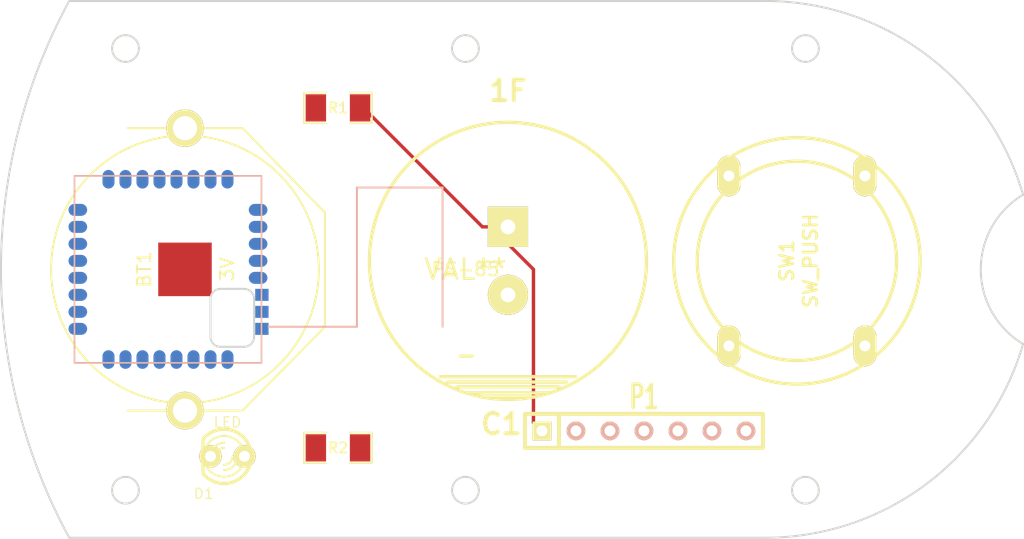
<source format=kicad_pcb>
(kicad_pcb (version 3) (host pcbnew "(2013-07-07 BZR 4022)-stable")

  (general
    (links 18)
    (no_connects 16)
    (area 12.065 12.065 92.71 53.34)
    (thickness 1.6)
    (drawings 0)
    (tracks 9)
    (zones 0)
    (modules 9)
    (nets 12)
  )

  (page A3)
  (layers
    (15 F.Cu signal)
    (0 B.Cu signal)
    (16 B.Adhes user)
    (17 F.Adhes user)
    (18 B.Paste user)
    (19 F.Paste user)
    (20 B.SilkS user)
    (21 F.SilkS user)
    (22 B.Mask user)
    (23 F.Mask user)
    (24 Dwgs.User user)
    (25 Cmts.User user)
    (26 Eco1.User user)
    (27 Eco2.User user)
    (28 Edge.Cuts user)
  )

  (setup
    (last_trace_width 0.254)
    (trace_clearance 0.254)
    (zone_clearance 0.508)
    (zone_45_only no)
    (trace_min 0.254)
    (segment_width 0.2)
    (edge_width 0.1)
    (via_size 0.889)
    (via_drill 0.635)
    (via_min_size 0.889)
    (via_min_drill 0.508)
    (uvia_size 0.508)
    (uvia_drill 0.127)
    (uvias_allowed no)
    (uvia_min_size 0.508)
    (uvia_min_drill 0.127)
    (pcb_text_width 0.3)
    (pcb_text_size 1.5 1.5)
    (mod_edge_width 0.15)
    (mod_text_size 1 1)
    (mod_text_width 0.15)
    (pad_size 2.8 2.8)
    (pad_drill 1.8)
    (pad_to_mask_clearance 0)
    (aux_axis_origin 0 0)
    (visible_elements 7FFFFFFF)
    (pcbplotparams
      (layerselection 3178497)
      (usegerberextensions true)
      (excludeedgelayer true)
      (linewidth 0.150000)
      (plotframeref false)
      (viasonmask false)
      (mode 1)
      (useauxorigin false)
      (hpglpennumber 1)
      (hpglpenspeed 20)
      (hpglpendiameter 15)
      (hpglpenoverlay 2)
      (psnegative false)
      (psa4output false)
      (plotreference true)
      (plotvalue true)
      (plotothertext true)
      (plotinvisibletext false)
      (padsonsilk false)
      (subtractmaskfromsilk false)
      (outputformat 1)
      (mirror false)
      (drillshape 1)
      (scaleselection 1)
      (outputdirectory ""))
  )

  (net 0 "")
  (net 1 /3V)
  (net 2 GND)
  (net 3 N-0000016)
  (net 4 N-0000018)
  (net 5 N-0000019)
  (net 6 N-0000028)
  (net 7 N-0000029)
  (net 8 N-0000030)
  (net 9 N-0000031)
  (net 10 N-0000033)
  (net 11 N-0000034)

  (net_class Default "これは標準のネット クラスです。"
    (clearance 0.254)
    (trace_width 0.254)
    (via_dia 0.889)
    (via_drill 0.635)
    (uvia_dia 0.508)
    (uvia_drill 0.127)
    (add_net "")
    (add_net /3V)
    (add_net GND)
    (add_net N-0000016)
    (add_net N-0000018)
    (add_net N-0000019)
    (add_net N-0000028)
    (add_net N-0000029)
    (add_net N-0000030)
    (add_net N-0000031)
    (add_net N-0000033)
    (add_net N-0000034)
  )

  (module SW_PUSH-18mm   placed (layer F.Cu) (tedit 4C612761) (tstamp 54B1BC57)
    (at 75.565 32.385 90)
    (path /549BC4AC)
    (fp_text reference SW1 (at 0 -0.762 90) (layer F.SilkS)
      (effects (font (size 1.016 1.016) (thickness 0.2032)))
    )
    (fp_text value SW_PUSH (at 0 1.016 90) (layer F.SilkS)
      (effects (font (size 1.016 1.016) (thickness 0.2032)))
    )
    (fp_circle (center 0 0) (end 8.85 2.54) (layer F.SilkS) (width 0.254))
    (fp_circle (center 0 0) (end 7 2.54) (layer F.SilkS) (width 0.254))
    (pad 2 thru_hole oval (at 6.35 -5.08 90) (size 3.048 1.7272) (drill 0.8128)
      (layers *.Cu *.Mask F.SilkS)
      (net 2 GND)
    )
    (pad 4 thru_hole oval (at 6.35 5.08 90) (size 3.048 1.7272) (drill 0.8128)
      (layers *.Cu *.Mask F.SilkS)
    )
    (pad 1 thru_hole oval (at -6.35 -5.08 90) (size 3.048 1.7272) (drill 0.8128)
      (layers *.Cu *.Mask F.SilkS)
      (net 8 N-0000030)
    )
    (pad 3 thru_hole oval (at -6.35 5.08 90) (size 3.048 1.7272) (drill 0.8128)
      (layers *.Cu *.Mask F.SilkS)
    )
    (model JF-15CKCBNP2.wrl
      (at (xyz 0 0 0))
      (scale (xyz 0.3937007874 0.3937007874 0.3937007874))
      (rotate (xyz 0 0 0))
    )
  )

  (module LED-3MM (layer F.Cu) (tedit 50ADE848) (tstamp 54AD20F1)
    (at 33.02 46.99 180)
    (descr "LED 3mm - Lead pitch 100mil (2,54mm)")
    (tags "LED led 3mm 3MM 100mil 2,54mm")
    (path /54AD1F8E)
    (fp_text reference D1 (at 1.778 -2.794 180) (layer F.SilkS)
      (effects (font (size 0.762 0.762) (thickness 0.0889)))
    )
    (fp_text value LED (at 0 2.54 180) (layer F.SilkS)
      (effects (font (size 0.762 0.762) (thickness 0.0889)))
    )
    (fp_line (start 1.8288 1.27) (end 1.8288 -1.27) (layer F.SilkS) (width 0.254))
    (fp_arc (start 0.254 0) (end -1.27 0) (angle 39.8) (layer F.SilkS) (width 0.1524))
    (fp_arc (start 0.254 0) (end -0.88392 1.01092) (angle 41.6) (layer F.SilkS) (width 0.1524))
    (fp_arc (start 0.254 0) (end 1.4097 -0.9906) (angle 40.6) (layer F.SilkS) (width 0.1524))
    (fp_arc (start 0.254 0) (end 1.778 0) (angle 39.8) (layer F.SilkS) (width 0.1524))
    (fp_arc (start 0.254 0) (end 0.254 -1.524) (angle 54.4) (layer F.SilkS) (width 0.1524))
    (fp_arc (start 0.254 0) (end -0.9652 -0.9144) (angle 53.1) (layer F.SilkS) (width 0.1524))
    (fp_arc (start 0.254 0) (end 1.45542 0.93472) (angle 52.1) (layer F.SilkS) (width 0.1524))
    (fp_arc (start 0.254 0) (end 0.254 1.524) (angle 52.1) (layer F.SilkS) (width 0.1524))
    (fp_arc (start 0.254 0) (end -0.381 0) (angle 90) (layer F.SilkS) (width 0.1524))
    (fp_arc (start 0.254 0) (end -0.762 0) (angle 90) (layer F.SilkS) (width 0.1524))
    (fp_arc (start 0.254 0) (end 0.889 0) (angle 90) (layer F.SilkS) (width 0.1524))
    (fp_arc (start 0.254 0) (end 1.27 0) (angle 90) (layer F.SilkS) (width 0.1524))
    (fp_arc (start 0.254 0) (end 0.254 -2.032) (angle 50.1) (layer F.SilkS) (width 0.254))
    (fp_arc (start 0.254 0) (end -1.5367 -0.95504) (angle 61.9) (layer F.SilkS) (width 0.254))
    (fp_arc (start 0.254 0) (end 1.8034 1.31064) (angle 49.7) (layer F.SilkS) (width 0.254))
    (fp_arc (start 0.254 0) (end 0.254 2.032) (angle 60.2) (layer F.SilkS) (width 0.254))
    (fp_arc (start 0.254 0) (end -1.778 0) (angle 28.3) (layer F.SilkS) (width 0.254))
    (fp_arc (start 0.254 0) (end -1.47574 1.06426) (angle 31.6) (layer F.SilkS) (width 0.254))
    (pad 1 thru_hole circle (at -1.27 0 180) (size 1.6764 1.6764) (drill 0.8128)
      (layers *.Cu *.Mask F.SilkS)
      (net 9 N-0000031)
    )
    (pad 2 thru_hole circle (at 1.27 0 180) (size 1.6764 1.6764) (drill 0.8128)
      (layers *.Cu *.Mask F.SilkS)
      (net 10 N-0000033)
    )
    (model discret/leds/led3_vertical_verde.wrl
      (at (xyz 0 0 0))
      (scale (xyz 1 1 1))
      (rotate (xyz 0 0 0))
    )
  )

  (module PS-85 (layer F.Cu) (tedit 54AE27EB) (tstamp 54B5FE16)
    (at 50.8 33.02)
    (fp_text reference PS-85 (at 0 0) (layer F.SilkS)
      (effects (font (size 1 1) (thickness 0.15)))
    )
    (fp_text value VAL** (at 0 0) (layer F.SilkS)
      (effects (font (size 1.524 1.524) (thickness 0.000001)))
    )
    (fp_circle (center 25.4 -16.5) (end 25.4 -15.5) (layer Edge.Cuts) (width 0.15))
    (fp_circle (center 25.4 16.5) (end 25.4 15.5) (layer Edge.Cuts) (width 0.15))
    (fp_circle (center -25.4 16.5) (end -25.4 15.5) (layer Edge.Cuts) (width 0.15))
    (fp_circle (center -25.4 -16.5) (end -25.4 -15.5) (layer Edge.Cuts) (width 0.15))
    (fp_circle (center 0 16.5) (end 0 17.5) (layer Edge.Cuts) (width 0.15))
    (fp_circle (center 0 -16.5) (end 0.05 -17.5) (layer Edge.Cuts) (width 0.15))
    (fp_arc (start 7.3 0) (end -34.7 0) (angle -28.6) (layer Edge.Cuts) (width 0.15))
    (fp_arc (start 7.3 0) (end -34.7 0.15) (angle 28.6) (layer Edge.Cuts) (width 0.15))
    (fp_arc (start 45 0) (end 38.5 0) (angle 59.1) (layer Edge.Cuts) (width 0.15))
    (fp_arc (start 45 0) (end 38.5 0) (angle -59.1) (layer Edge.Cuts) (width 0.15))
    (fp_arc (start 22.4 0) (end 22.4 20.05) (angle -73.9) (layer Edge.Cuts) (width 0.15))
    (fp_arc (start 22.4 0) (end 22.4 -20.05) (angle 73.9) (layer Edge.Cuts) (width 0.15))
    (fp_line (start -29.6 -20.05) (end 22.4 -20.05) (layer Edge.Cuts) (width 0.15))
    (fp_line (start -29.6 20.05) (end 22.4 20.05) (layer Edge.Cuts) (width 0.15))
  )

  (module SE-5R5-D105VY   placed (layer F.Cu) (tedit 54B0935D) (tstamp 54B1BC4C)
    (at 53.975 32.385 180)
    (descr "Capacitor, EDLC, cyl 20.7x7.5mm")
    (path /549BC5A8)
    (fp_text reference C1 (at 0.508 -12.192 180) (layer F.SilkS)
      (effects (font (size 1.524 1.524) (thickness 0.3048)))
    )
    (fp_text value 1F (at 0 12.7 180) (layer F.SilkS)
      (effects (font (size 1.524 1.524) (thickness 0.3048)))
    )
    (fp_line (start 5.08 -8.652) (end -5.08 -8.652) (layer F.SilkS) (width 0.254))
    (fp_line (start -4.368 -9.056) (end 4.522 -9.056) (layer F.SilkS) (width 0.254))
    (fp_line (start 3.81 -9.41) (end -3.81 -9.41) (layer F.SilkS) (width 0.254))
    (fp_line (start -3.048 -9.864) (end 3.048 -9.864) (layer F.SilkS) (width 0.254))
    (fp_line (start 2.032 -10.168) (end -2.032 -10.168) (layer F.SilkS) (width 0.254))
    (fp_circle (center 0 0) (end 10.35 0) (layer F.SilkS) (width 0.254))
    (fp_line (start 2.667 -7.113) (end 3.556 -7.113) (layer F.SilkS) (width 0.254))
    (pad 1 thru_hole rect (at 0 2.54 180) (size 2.99974 2.99974) (drill 1.1)
      (layers *.Cu *.Mask F.SilkS)
      (net 11 N-0000034)
    )
    (pad 2 thru_hole circle (at 0 -2.54 180) (size 2.99974 2.99974) (drill 1.1)
      (layers *.Cu *.Mask F.SilkS)
      (net 2 GND)
    )
    (model SE-5R5-D105VY.wrl
      (at (xyz 0 0 0))
      (scale (xyz 0.3937 0.3937 0.3937))
      (rotate (xyz 0 0 0))
    )
  )

  (module LITE (layer B.Cu) (tedit 54B254B6) (tstamp 54ADBDEF)
    (at 21.59 40.005 90)
    (path /549BBD70)
    (fp_text reference U1 (at 0 0 90) (layer B.SilkS) hide
      (effects (font (size 0 0) (thickness 0.000001)) (justify mirror))
    )
    (fp_text value LITE_LITE (at 0 0 90) (layer B.SilkS) hide
      (effects (font (size 0 0) (thickness 0.000001)) (justify mirror))
    )
    (fp_line (start 2.7 14.5) (end 2.7 21.1) (layer B.SilkS) (width 0.15))
    (fp_line (start 2.7 21.1) (end 13.1 21.1) (layer B.SilkS) (width 0.15))
    (fp_line (start 13.1 21.1) (end 13.1 27.5) (layer B.SilkS) (width 0.15))
    (fp_line (start 13.1 27.5) (end 2.7 27.5) (layer B.SilkS) (width 0.15))
    (fp_line (start 0 0) (end 13.97 0) (layer B.SilkS) (width 0.127))
    (fp_line (start 13.97 0) (end 13.97 13.97) (layer B.SilkS) (width 0.127))
    (fp_line (start 13.97 13.97) (end 0 13.97) (layer B.SilkS) (width 0.127))
    (fp_line (start 0 13.97) (end 0 0) (layer B.SilkS) (width 0.127))
    (fp_arc (start 1.94818 10.9093) (end 1.19888 10.9093) (angle 90) (layer Edge.Cuts) (width 0.15))
    (fp_line (start 1.19888 10.9093) (end 1.19888 12.66952) (layer Edge.Cuts) (width 0.15))
    (fp_arc (start 1.94818 12.66952) (end 1.19888 12.66952) (angle -90) (layer Edge.Cuts) (width 0.15))
    (fp_line (start 1.94818 13.41882) (end 4.77774 13.41882) (layer Edge.Cuts) (width 0.15))
    (fp_arc (start 4.77774 12.66952) (end 4.77774 13.41882) (angle -90) (layer Edge.Cuts) (width 0.15))
    (fp_line (start 5.52958 12.66952) (end 5.52958 10.9093) (layer Edge.Cuts) (width 0.15))
    (fp_arc (start 4.77774 10.9093) (end 5.52958 10.9093) (angle -90) (layer Edge.Cuts) (width 0.15))
    (fp_line (start 4.77774 10.16) (end 1.94818 10.16) (layer Edge.Cuts) (width 0.15))
    (fp_circle (center 0 11.43) (end 0.49784 11.43) (layer B.Mask) (width 0.00012))
    (fp_circle (center 0 11.43) (end 0.44958 11.43) (layer B.Cu) (width 0.00012))
    (fp_circle (center 0.49784 11.43) (end 0.94742 11.43) (layer B.Cu) (width 0.00012))
    (fp_circle (center 0.49784 11.43) (end 0.99568 11.43) (layer B.Mask) (width 0.00012))
    (fp_circle (center 0 10.16) (end 0.49784 10.16) (layer B.Mask) (width 0.00012))
    (fp_circle (center 0 10.16) (end 0.44958 10.16) (layer B.Cu) (width 0.00012))
    (fp_circle (center 0.49784 10.16) (end 0.94742 10.16) (layer B.Cu) (width 0.00012))
    (fp_circle (center 0.49784 10.16) (end 0.99568 10.16) (layer B.Mask) (width 0.00012))
    (fp_circle (center 0 8.89) (end 0.49784 8.89) (layer B.Mask) (width 0.00012))
    (fp_circle (center 0 8.89) (end 0.44958 8.89) (layer B.Cu) (width 0.00012))
    (fp_circle (center 0.49784 8.89) (end 0.94742 8.89) (layer B.Cu) (width 0.00012))
    (fp_circle (center 0.49784 8.89) (end 0.99568 8.89) (layer B.Mask) (width 0.00012))
    (fp_circle (center 0 7.62) (end 0.49784 7.62) (layer B.Mask) (width 0.00012))
    (fp_circle (center 0 7.62) (end 0.44958 7.62) (layer B.Cu) (width 0.00012))
    (fp_circle (center 0.49784 7.62) (end 0.94742 7.62) (layer B.Cu) (width 0.00012))
    (fp_circle (center 0.49784 7.62) (end 0.99568 7.62) (layer B.Mask) (width 0.00012))
    (fp_circle (center 0 6.35) (end 0.49784 6.35) (layer B.Mask) (width 0.00012))
    (fp_circle (center 0 6.35) (end 0.44958 6.35) (layer B.Cu) (width 0.00012))
    (fp_circle (center 0.49784 6.35) (end 0.94742 6.35) (layer B.Cu) (width 0.00012))
    (fp_circle (center 0.49784 6.35) (end 0.99568 6.35) (layer B.Mask) (width 0.00012))
    (fp_circle (center 0 5.08) (end 0.49784 5.08) (layer B.Mask) (width 0.00012))
    (fp_circle (center 0 5.08) (end 0.44958 5.08) (layer B.Cu) (width 0.00012))
    (fp_circle (center 0.49784 5.08) (end 0.94742 5.08) (layer B.Cu) (width 0.00012))
    (fp_circle (center 0.49784 5.08) (end 0.99568 5.08) (layer B.Mask) (width 0.00012))
    (fp_circle (center 0 3.81) (end 0.49784 3.81) (layer B.Mask) (width 0.00012))
    (fp_circle (center 0 3.81) (end 0.44958 3.81) (layer B.Cu) (width 0.00012))
    (fp_circle (center 0.49784 3.81) (end 0.94742 3.81) (layer B.Cu) (width 0.00012))
    (fp_circle (center 0.49784 3.81) (end 0.99568 3.81) (layer B.Mask) (width 0.00012))
    (fp_circle (center 0 2.54) (end 0.49784 2.54) (layer B.Mask) (width 0.00012))
    (fp_circle (center 0 2.54) (end 0.44958 2.54) (layer B.Cu) (width 0.00012))
    (fp_circle (center 0.49784 2.54) (end 0.94742 2.54) (layer B.Cu) (width 0.00012))
    (fp_circle (center 0.49784 2.54) (end 0.99568 2.54) (layer B.Mask) (width 0.00012))
    (fp_circle (center 2.54 0) (end 3.03784 0) (layer B.Mask) (width 0.00012))
    (fp_circle (center 2.54 0) (end 2.98958 0) (layer B.Cu) (width 0.00012))
    (fp_circle (center 2.54 0.49784) (end 2.98958 0.49784) (layer B.Cu) (width 0.00012))
    (fp_circle (center 2.54 0.49784) (end 3.03784 0.49784) (layer B.Mask) (width 0.00012))
    (fp_circle (center 3.81 0) (end 4.30784 0) (layer B.Mask) (width 0.00012))
    (fp_circle (center 3.81 0) (end 4.25958 0) (layer B.Cu) (width 0.00012))
    (fp_circle (center 3.81 0.49784) (end 4.25958 0.49784) (layer B.Cu) (width 0.00012))
    (fp_circle (center 3.81 0.49784) (end 4.30784 0.49784) (layer B.Mask) (width 0.00012))
    (fp_circle (center 5.08 0) (end 5.57784 0) (layer B.Mask) (width 0.00012))
    (fp_circle (center 5.08 0) (end 5.52958 0) (layer B.Cu) (width 0.00012))
    (fp_circle (center 5.08 0.49784) (end 5.52958 0.49784) (layer B.Cu) (width 0.00012))
    (fp_circle (center 5.08 0.49784) (end 5.57784 0.49784) (layer B.Mask) (width 0.00012))
    (fp_circle (center 6.35 0) (end 6.84784 0) (layer B.Mask) (width 0.00012))
    (fp_circle (center 6.35 0) (end 6.79958 0) (layer B.Cu) (width 0.00012))
    (fp_circle (center 6.35 0.49784) (end 6.79958 0.49784) (layer B.Cu) (width 0.00012))
    (fp_circle (center 6.35 0.49784) (end 6.84784 0.49784) (layer B.Mask) (width 0.00012))
    (fp_circle (center 7.62 0) (end 8.11784 0) (layer B.Mask) (width 0.00012))
    (fp_circle (center 7.62 0) (end 8.06958 0) (layer B.Cu) (width 0.00012))
    (fp_circle (center 7.62 0.49784) (end 8.06958 0.49784) (layer B.Cu) (width 0.00012))
    (fp_circle (center 7.62 0.49784) (end 8.11784 0.49784) (layer B.Mask) (width 0.00012))
    (fp_circle (center 8.89 0) (end 9.38784 0) (layer B.Mask) (width 0.00012))
    (fp_circle (center 8.89 0) (end 9.33958 0) (layer B.Cu) (width 0.00012))
    (fp_circle (center 8.89 0.49784) (end 9.33958 0.49784) (layer B.Cu) (width 0.00012))
    (fp_circle (center 8.89 0.49784) (end 9.38784 0.49784) (layer B.Mask) (width 0.00012))
    (fp_circle (center 10.16 0) (end 10.65784 0) (layer B.Mask) (width 0.00012))
    (fp_circle (center 10.16 0) (end 10.60958 0) (layer B.Cu) (width 0.00012))
    (fp_circle (center 10.16 0.49784) (end 10.60958 0.49784) (layer B.Cu) (width 0.00012))
    (fp_circle (center 10.16 0.49784) (end 10.65784 0.49784) (layer B.Mask) (width 0.00012))
    (fp_circle (center 11.43 0) (end 11.92784 0) (layer B.Mask) (width 0.00012))
    (fp_circle (center 11.43 0) (end 11.87958 0) (layer B.Cu) (width 0.00012))
    (fp_circle (center 11.43 0.49784) (end 11.87958 0.49784) (layer B.Cu) (width 0.00012))
    (fp_circle (center 11.43 0.49784) (end 11.92784 0.49784) (layer B.Mask) (width 0.00012))
    (fp_circle (center 13.97 2.54) (end 14.46784 2.54) (layer B.Mask) (width 0.00012))
    (fp_circle (center 13.97 2.54) (end 14.41958 2.54) (layer B.Cu) (width 0.00012))
    (fp_circle (center 13.46962 2.54) (end 13.9192 2.54) (layer B.Cu) (width 0.00012))
    (fp_circle (center 13.46962 2.54) (end 13.96746 2.54) (layer B.Mask) (width 0.00012))
    (fp_circle (center 13.97 3.81) (end 14.46784 3.81) (layer B.Mask) (width 0.00012))
    (fp_circle (center 13.97 3.81) (end 14.41958 3.81) (layer B.Cu) (width 0.00012))
    (fp_circle (center 13.46962 3.81) (end 13.9192 3.81) (layer B.Cu) (width 0.00012))
    (fp_circle (center 13.46962 3.81) (end 13.96746 3.81) (layer B.Mask) (width 0.00012))
    (fp_circle (center 13.97 5.08) (end 14.46784 5.08) (layer B.Mask) (width 0.00012))
    (fp_circle (center 13.97 5.08) (end 14.41958 5.08) (layer B.Cu) (width 0.00012))
    (fp_circle (center 13.46962 5.08) (end 13.9192 5.08) (layer B.Cu) (width 0.00012))
    (fp_circle (center 13.46962 5.08) (end 13.96746 5.08) (layer B.Mask) (width 0.00012))
    (fp_circle (center 13.97 6.35) (end 14.46784 6.35) (layer B.Mask) (width 0.00012))
    (fp_circle (center 13.97 6.35) (end 14.41958 6.35) (layer B.Cu) (width 0.00012))
    (fp_circle (center 13.46962 6.35) (end 13.9192 6.35) (layer B.Cu) (width 0.00012))
    (fp_circle (center 13.46962 6.35) (end 13.96746 6.35) (layer B.Mask) (width 0.00012))
    (fp_circle (center 13.97 7.62) (end 14.46784 7.62) (layer B.Mask) (width 0.00012))
    (fp_circle (center 13.97 7.62) (end 14.41958 7.62) (layer B.Cu) (width 0.00012))
    (fp_circle (center 13.46962 7.62) (end 13.9192 7.62) (layer B.Cu) (width 0.00012))
    (fp_circle (center 13.46962 7.62) (end 13.96746 7.62) (layer B.Mask) (width 0.00012))
    (fp_circle (center 13.97 8.89) (end 14.46784 8.89) (layer B.Mask) (width 0.00012))
    (fp_circle (center 13.97 8.89) (end 14.41958 8.89) (layer B.Cu) (width 0.00012))
    (fp_circle (center 13.46962 8.89) (end 13.9192 8.89) (layer B.Cu) (width 0.00012))
    (fp_circle (center 13.46962 8.89) (end 13.96746 8.89) (layer B.Mask) (width 0.00012))
    (fp_circle (center 13.97 10.16) (end 14.46784 10.16) (layer B.Mask) (width 0.00012))
    (fp_circle (center 13.97 10.16) (end 14.41958 10.16) (layer B.Cu) (width 0.00012))
    (fp_circle (center 13.46962 10.16) (end 13.9192 10.16) (layer B.Cu) (width 0.00012))
    (fp_circle (center 13.46962 10.16) (end 13.96746 10.16) (layer B.Mask) (width 0.00012))
    (fp_circle (center 13.97 11.43) (end 14.46784 11.43) (layer B.Mask) (width 0.00012))
    (fp_circle (center 13.97 11.43) (end 14.41958 11.43) (layer B.Cu) (width 0.00012))
    (fp_circle (center 13.46962 11.43) (end 13.9192 11.43) (layer B.Cu) (width 0.00012))
    (fp_circle (center 13.46962 11.43) (end 13.96746 11.43) (layer B.Mask) (width 0.00012))
    (fp_circle (center 11.43 13.97) (end 11.92784 13.97) (layer B.Mask) (width 0.00012))
    (fp_circle (center 11.43 13.97) (end 11.87958 13.97) (layer B.Cu) (width 0.00012))
    (fp_circle (center 11.43 13.46962) (end 11.87958 13.46962) (layer B.Cu) (width 0.00012))
    (fp_circle (center 11.43 13.46962) (end 11.92784 13.46962) (layer B.Mask) (width 0.00012))
    (fp_circle (center 10.16 13.97) (end 10.65784 13.97) (layer B.Mask) (width 0.00012))
    (fp_circle (center 10.16 13.97) (end 10.60958 13.97) (layer B.Cu) (width 0.00012))
    (fp_circle (center 10.16 13.46962) (end 10.60958 13.46962) (layer B.Cu) (width 0.00012))
    (fp_circle (center 10.16 13.46962) (end 10.65784 13.46962) (layer B.Mask) (width 0.00012))
    (fp_circle (center 8.89 13.97) (end 9.38784 13.97) (layer B.Mask) (width 0.00012))
    (fp_circle (center 8.89 13.97) (end 9.33958 13.97) (layer B.Cu) (width 0.00012))
    (fp_circle (center 8.89 13.46962) (end 9.33958 13.46962) (layer B.Cu) (width 0.00012))
    (fp_circle (center 8.89 13.46962) (end 9.38784 13.46962) (layer B.Mask) (width 0.00012))
    (fp_circle (center 7.62 13.97) (end 8.11784 13.97) (layer B.Mask) (width 0.00012))
    (fp_circle (center 7.62 13.97) (end 8.06958 13.97) (layer B.Cu) (width 0.00012))
    (fp_circle (center 7.62 13.46962) (end 8.06958 13.46962) (layer B.Cu) (width 0.00012))
    (fp_circle (center 7.62 13.46962) (end 8.11784 13.46962) (layer B.Mask) (width 0.00012))
    (fp_circle (center 6.35 13.97) (end 6.84784 13.97) (layer B.Mask) (width 0.00012))
    (fp_circle (center 6.35 13.97) (end 6.79958 13.97) (layer B.Cu) (width 0.00012))
    (fp_circle (center 6.35 13.46962) (end 6.79958 13.46962) (layer B.Cu) (width 0.00012))
    (fp_circle (center 6.35 13.46962) (end 6.84784 13.46962) (layer B.Mask) (width 0.00012))
    (pad 1 smd oval (at 0.24892 11.43 90) (size 1.39395 0.89916)
      (layers B.Cu B.Paste B.Mask)
    )
    (pad 2 smd oval (at 0.24892 10.16 90) (size 1.39395 0.89916)
      (layers B.Cu B.Paste B.Mask)
      (net 3 N-0000016)
    )
    (pad 3 smd oval (at 0.24892 8.89 90) (size 1.39395 0.89916)
      (layers B.Cu B.Paste B.Mask)
    )
    (pad 4 smd oval (at 0.24892 7.62 90) (size 1.39395 0.89916)
      (layers B.Cu B.Paste B.Mask)
    )
    (pad 5 smd oval (at 0.24892 6.35 90) (size 1.39395 0.89916)
      (layers B.Cu B.Paste B.Mask)
      (net 11 N-0000034)
    )
    (pad 6 smd oval (at 0.24892 5.08 90) (size 1.39395 0.89916)
      (layers B.Cu B.Paste B.Mask)
    )
    (pad 7 smd oval (at 0.24892 3.81 90) (size 1.39395 0.89916)
      (layers B.Cu B.Paste B.Mask)
    )
    (pad 8 smd oval (at 0.24892 2.54 90) (size 1.39395 0.89916)
      (layers B.Cu B.Paste B.Mask)
      (net 7 N-0000029)
    )
    (pad 9 smd oval (at 2.54 0.24892) (size 1.39395 0.89916)
      (layers B.Cu B.Paste B.Mask)
      (net 5 N-0000019)
    )
    (pad 10 smd oval (at 3.81 0.24892) (size 1.39395 0.89916)
      (layers B.Cu B.Paste B.Mask)
    )
    (pad 11 smd oval (at 5.08 0.24892) (size 1.39395 0.89916)
      (layers B.Cu B.Paste B.Mask)
      (net 10 N-0000033)
    )
    (pad 12 smd oval (at 6.35 0.24892) (size 1.39395 0.89916)
      (layers B.Cu B.Paste B.Mask)
      (net 4 N-0000018)
    )
    (pad 13 smd oval (at 7.62 0.24892) (size 1.39395 0.89916)
      (layers B.Cu B.Paste B.Mask)
      (net 8 N-0000030)
    )
    (pad 14 smd oval (at 8.89 0.24892) (size 1.39395 0.89916)
      (layers B.Cu B.Paste B.Mask)
    )
    (pad 15 smd oval (at 10.16 0.24892) (size 1.39395 0.89916)
      (layers B.Cu B.Paste B.Mask)
    )
    (pad 16 smd oval (at 11.43 0.24892) (size 1.39395 0.89916)
      (layers B.Cu B.Paste B.Mask)
    )
    (pad 17 smd oval (at 13.71854 2.54 270) (size 1.39395 0.89916)
      (layers B.Cu B.Paste B.Mask)
    )
    (pad 18 smd oval (at 13.71854 3.81 270) (size 1.39395 0.89916)
      (layers B.Cu B.Paste B.Mask)
    )
    (pad 19 smd oval (at 13.71854 5.08 270) (size 1.39395 0.89916)
      (layers B.Cu B.Paste B.Mask)
    )
    (pad 20 smd oval (at 13.71854 6.35 270) (size 1.39395 0.89916)
      (layers B.Cu B.Paste B.Mask)
      (net 2 GND)
    )
    (pad 21 smd oval (at 13.71854 7.62 270) (size 1.39395 0.89916)
      (layers B.Cu B.Paste B.Mask)
      (net 6 N-0000028)
    )
    (pad 22 smd oval (at 13.71854 8.89 270) (size 1.39395 0.89916)
      (layers B.Cu B.Paste B.Mask)
    )
    (pad 23 smd oval (at 13.71854 10.16 270) (size 1.39395 0.89916)
      (layers B.Cu B.Paste B.Mask)
    )
    (pad 24 smd oval (at 13.71854 11.43 270) (size 1.39395 0.89916)
      (layers B.Cu B.Paste B.Mask)
    )
    (pad 25 smd oval (at 11.43 13.71854 180) (size 1.39395 0.89916)
      (layers B.Cu B.Paste B.Mask)
    )
    (pad 26 smd oval (at 10.16 13.71854 180) (size 1.39395 0.89916)
      (layers B.Cu B.Paste B.Mask)
    )
    (pad 27 smd oval (at 8.89 13.71854 180) (size 1.39395 0.89916)
      (layers B.Cu B.Paste B.Mask)
    )
    (pad 28 smd oval (at 7.62 13.71854 180) (size 1.39395 0.89916)
      (layers B.Cu B.Paste B.Mask)
    )
    (pad 29 smd oval (at 6.35 13.71854 180) (size 1.39395 0.89916)
      (layers B.Cu B.Paste B.Mask)
    )
    (pad 30 smd rect (at 5.08 14 180) (size 1 0.9)
      (layers B.Cu B.Paste B.Mask)
    )
    (pad 31 smd rect (at 3.81 14 180) (size 1 0.89916)
      (layers B.Cu B.Paste B.Mask)
    )
    (pad 32 smd rect (at 2.54 14 180) (size 1 0.89916)
      (layers B.Cu B.Paste B.Mask)
    )
    (model TWE-001L-SMD.wrl
      (at (xyz 0 0 0))
      (scale (xyz 0.3937 0.3937 0.3937))
      (rotate (xyz 0 0 0))
    )
  )

  (module SM1206 (layer F.Cu) (tedit 42806E24) (tstamp 54ACCDD2)
    (at 41.275 20.955)
    (path /54ACCB34)
    (attr smd)
    (fp_text reference R1 (at 0 0) (layer F.SilkS)
      (effects (font (size 0.762 0.762) (thickness 0.127)))
    )
    (fp_text value 750 (at 0 0) (layer F.SilkS) hide
      (effects (font (size 0.762 0.762) (thickness 0.127)))
    )
    (fp_line (start -2.54 -1.143) (end -2.54 1.143) (layer F.SilkS) (width 0.127))
    (fp_line (start -2.54 1.143) (end -0.889 1.143) (layer F.SilkS) (width 0.127))
    (fp_line (start 0.889 -1.143) (end 2.54 -1.143) (layer F.SilkS) (width 0.127))
    (fp_line (start 2.54 -1.143) (end 2.54 1.143) (layer F.SilkS) (width 0.127))
    (fp_line (start 2.54 1.143) (end 0.889 1.143) (layer F.SilkS) (width 0.127))
    (fp_line (start -0.889 -1.143) (end -2.54 -1.143) (layer F.SilkS) (width 0.127))
    (pad 1 smd rect (at -1.651 0) (size 1.524 2.032)
      (layers F.Cu F.Paste F.Mask)
      (net 1 /3V)
    )
    (pad 2 smd rect (at 1.651 0) (size 1.524 2.032)
      (layers F.Cu F.Paste F.Mask)
      (net 11 N-0000034)
    )
    (model smd/chip_cms.wrl
      (at (xyz 0 0 0))
      (scale (xyz 0.17 0.16 0.16))
      (rotate (xyz 0 0 0))
    )
  )

  (module SM1206 (layer F.Cu) (tedit 42806E24) (tstamp 54AE452A)
    (at 41.275 46.355)
    (path /54AE44D9)
    (attr smd)
    (fp_text reference R2 (at 0 0) (layer F.SilkS)
      (effects (font (size 0.762 0.762) (thickness 0.127)))
    )
    (fp_text value 750 (at 0 0) (layer F.SilkS) hide
      (effects (font (size 0.762 0.762) (thickness 0.127)))
    )
    (fp_line (start -2.54 -1.143) (end -2.54 1.143) (layer F.SilkS) (width 0.127))
    (fp_line (start -2.54 1.143) (end -0.889 1.143) (layer F.SilkS) (width 0.127))
    (fp_line (start 0.889 -1.143) (end 2.54 -1.143) (layer F.SilkS) (width 0.127))
    (fp_line (start 2.54 -1.143) (end 2.54 1.143) (layer F.SilkS) (width 0.127))
    (fp_line (start 2.54 1.143) (end 0.889 1.143) (layer F.SilkS) (width 0.127))
    (fp_line (start -0.889 -1.143) (end -2.54 -1.143) (layer F.SilkS) (width 0.127))
    (pad 1 smd rect (at -1.651 0) (size 1.524 2.032)
      (layers F.Cu F.Paste F.Mask)
      (net 9 N-0000031)
    )
    (pad 2 smd rect (at 1.651 0) (size 1.524 2.032)
      (layers F.Cu F.Paste F.Mask)
      (net 11 N-0000034)
    )
    (model smd/chip_cms.wrl
      (at (xyz 0 0 0))
      (scale (xyz 0.17 0.16 0.16))
      (rotate (xyz 0 0 0))
    )
  )

  (module SIL-7 (layer F.Cu) (tedit 200000) (tstamp 54B267B4)
    (at 64.135 45.085)
    (descr "Connecteur 7 pins")
    (tags "CONN DEV")
    (path /54AD18E9)
    (fp_text reference P1 (at 0 -2.54) (layer F.SilkS)
      (effects (font (size 1.72974 1.08712) (thickness 0.3048)))
    )
    (fp_text value CONN_7 (at 0 -2.54) (layer F.SilkS) hide
      (effects (font (size 1.524 1.016) (thickness 0.3048)))
    )
    (fp_line (start -8.89 -1.27) (end -8.89 -1.27) (layer F.SilkS) (width 0.3048))
    (fp_line (start -8.89 -1.27) (end 8.89 -1.27) (layer F.SilkS) (width 0.3048))
    (fp_line (start 8.89 -1.27) (end 8.89 1.27) (layer F.SilkS) (width 0.3048))
    (fp_line (start 8.89 1.27) (end -8.89 1.27) (layer F.SilkS) (width 0.3048))
    (fp_line (start -8.89 1.27) (end -8.89 -1.27) (layer F.SilkS) (width 0.3048))
    (fp_line (start -6.35 1.27) (end -6.35 1.27) (layer F.SilkS) (width 0.3048))
    (fp_line (start -6.35 1.27) (end -6.35 -1.27) (layer F.SilkS) (width 0.3048))
    (pad 1 thru_hole rect (at -7.62 0) (size 1.397 1.397) (drill 0.8128)
      (layers *.Cu *.Mask F.SilkS)
      (net 11 N-0000034)
    )
    (pad 2 thru_hole circle (at -5.08 0) (size 1.397 1.397) (drill 0.8128)
      (layers *.Cu *.SilkS *.Mask)
      (net 6 N-0000028)
    )
    (pad 3 thru_hole circle (at -2.54 0) (size 1.397 1.397) (drill 0.8128)
      (layers *.Cu *.SilkS *.Mask)
      (net 7 N-0000029)
    )
    (pad 4 thru_hole circle (at 0 0) (size 1.397 1.397) (drill 0.8128)
      (layers *.Cu *.SilkS *.Mask)
      (net 3 N-0000016)
    )
    (pad 5 thru_hole circle (at 2.54 0) (size 1.397 1.397) (drill 0.8128)
      (layers *.Cu *.SilkS *.Mask)
      (net 5 N-0000019)
    )
    (pad 6 thru_hole circle (at 5.08 0) (size 1.397 1.397) (drill 0.8128)
      (layers *.Cu *.SilkS *.Mask)
      (net 6 N-0000028)
    )
    (pad 7 thru_hole circle (at 7.62 0) (size 1.397 1.397) (drill 0.8128)
      (layers *.Cu *.SilkS *.Mask)
      (net 4 N-0000018)
    )
  )

  (module BK-888+CR2032 (layer F.Cu) (tedit 54AE4300) (tstamp 54ACECAE)
    (at 29.845 33.02 90)
    (path /5493D0B5)
    (fp_text reference BT1 (at 0 -3.05 90) (layer F.SilkS)
      (effects (font (size 1 1) (thickness 0.15)))
    )
    (fp_text value 3V (at 0 3.15 90) (layer F.SilkS)
      (effects (font (size 1 1) (thickness 0.15)))
    )
    (fp_line (start -10.55 4.3) (end -4.3 10.45) (layer F.SilkS) (width 0.15))
    (fp_line (start -10.55 4.3) (end -10.55 -4.3) (layer F.SilkS) (width 0.15))
    (fp_line (start 10.55 4.3) (end 4.25 10.45) (layer F.SilkS) (width 0.15))
    (fp_line (start 10.55 4.3) (end 10.55 -4.3) (layer F.SilkS) (width 0.15))
    (fp_line (start -4.3 10.45) (end 4.3 10.45) (layer F.SilkS) (width 0.15))
    (fp_circle (center 0 0) (end 0 -10) (layer F.SilkS) (width 0.15))
    (pad 1 thru_hole circle (at -10.55 0 90) (size 2.8 2.8) (drill 1.8)
      (layers *.Mask B.Cu F.SilkS)
      (net 1 /3V)
    )
    (pad 1 thru_hole circle (at 10.55 0 90) (size 2.8 2.8) (drill 1.8)
      (layers *.Mask B.Cu F.SilkS)
      (net 1 /3V)
    )
    (pad 2 smd rect (at 0 0 90) (size 4 4)
      (layers F.Cu F.Paste F.Mask)
      (net 2 GND)
    )
    (model BK-888.wrl
      (at (xyz 0 0 0))
      (scale (xyz 0.393701 0.393701 0.393701))
      (rotate (xyz 0 0 0))
    )
    (model CR2032.wrl
      (at (xyz 0 0 0.009842999999999999))
      (scale (xyz 0.393701 0.393701 0.393701))
      (rotate (xyz 0 0 0))
    )
  )

  (segment (start 42.926 46.355) (end 43.18 46.355) (width 0.254) (layer F.Cu) (net 11) (status 80000))
  (segment (start 43.18 46.355) (end 42.926 46.355) (width 0.254) (layer F.Cu) (net 11) (tstamp 54B5FDD3) (status 80000))
  (segment (start 53.975 29.845) (end 52.07 29.845) (width 0.254) (layer F.Cu) (net 11) (status 80000))
  (segment (start 52.07 29.845) (end 43.18 20.955) (width 0.254) (layer F.Cu) (net 11) (status 80000))
  (segment (start 43.18 20.955) (end 42.926 20.955) (width 0.254) (layer F.Cu) (net 11) (tstamp 54B27D32) (status 80000))
  (segment (start 56.515 45.085) (end 55.88 44.45) (width 0.254) (layer F.Cu) (net 11) (status 80000))
  (segment (start 55.88 44.45) (end 55.88 33.02) (width 0.254) (layer F.Cu) (net 11) (status 80000))
  (segment (start 55.88 33.02) (end 53.975 31.115) (width 0.254) (layer F.Cu) (net 11) (status 80000))
  (segment (start 53.975 31.115) (end 53.975 29.845) (width 0.254) (layer F.Cu) (net 11) (status 80000))

  (zone (net 0) (net_name "") (layer F.Cu) (tstamp 54B27E00) (hatch edge 0.508)
    (connect_pads (clearance 0.508))
    (min_thickness 0.254)
    (keepout (tracks not_allowed) (vias not_allowed) (copperpour allowed))
    (fill (arc_segments 16) (thermal_gap 0.508) (thermal_bridge_width 0.508))
    (polygon
      (pts
        (xy 35.56 40.005) (xy 21.59 40.005) (xy 21.59 26.035) (xy 35.56 26.035)
      )
    )
  )
)

</source>
